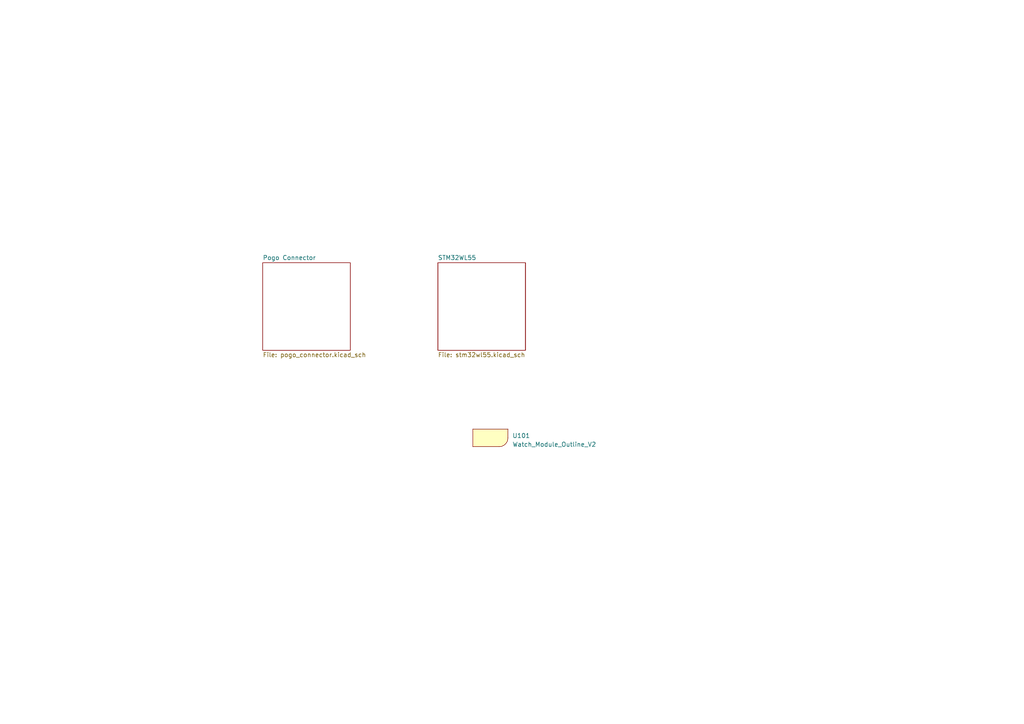
<source format=kicad_sch>
(kicad_sch (version 20230121) (generator eeschema)
  (paper "A4")
  (lib_symbols
    (symbol "watch_symbols_lib:Watch_Module_Outline_V2" (in_bom no)
      (property "Reference" "U" (at 0 7.62 0))
      (property "Value" "Watch_Module_Outline_V2" (at 0 5.08 0))
      (symbol "Watch_Module_Outline_V2_0_1"
        (polyline (pts (xy -5.08 2.54) (xy -5.08 -2.54)))
        (polyline (pts (xy -5.08 2.54) (xy 5.08 2.54)))
        (polyline (pts (xy 5.08 2.54) (xy 5.08 0)))
        (polyline (pts (xy -5.08 -2.54) (xy -2.54 -2.54) (xy 2.54 -2.54)))
      )
      (symbol "Watch_Module_Outline_V2_1_1"
        (rectangle (start -5.08 2.54) (end 2.54 -2.54) (stroke (width -0.0001)) (fill (type background)))
        (arc (start 2.54 -2.54) (mid 4.3361 -1.7961) (end 5.08 0))
        (circle (center 2.54 0) (radius 2.54) (stroke (width -0.0001)) (fill (type background)))
        (rectangle (start 2.54 2.54) (end 5.08 0) (stroke (width -0.0001)) (fill (type background)))
      )
    )
  )
  (symbol (lib_id "watch_symbols_lib:Watch_Module_Outline_V2") (at 142.24 127 0) (unit 1) (in_bom no)
    (property "Reference" "U101" (at 148.59 126.365 0) (effects (justify left)))
    (property "Value" "Watch_Module_Outline_V2" (at 148.59 128.905 0) (effects (justify left)))
    (property "Footprint" "watch_footprints:Watch Module Outline V2" (effects hide))
  )
  (sheet (at 76.2 76.2) (size 25.4 25.4) (stroke (width 0.1524))
    (property "Sheetname" "Pogo Connector" (at 76.2 75.4884 0) (effects (justify left bottom)))
    (property "Sheetfile" "pogo_connector.kicad_sch" (at 76.2 102.1846 0) (effects (justify left top)))
  )
  (sheet (at 127 76.2) (size 25.4 25.4) (stroke (width 0.1524))
    (property "Sheetname" "STM32WL55" (at 127 75.4884 0) (effects (justify left bottom)))
    (property "Sheetfile" "stm32wl55.kicad_sch" (at 127 102.1846 0) (effects (justify left top)))
  )
)
</source>
